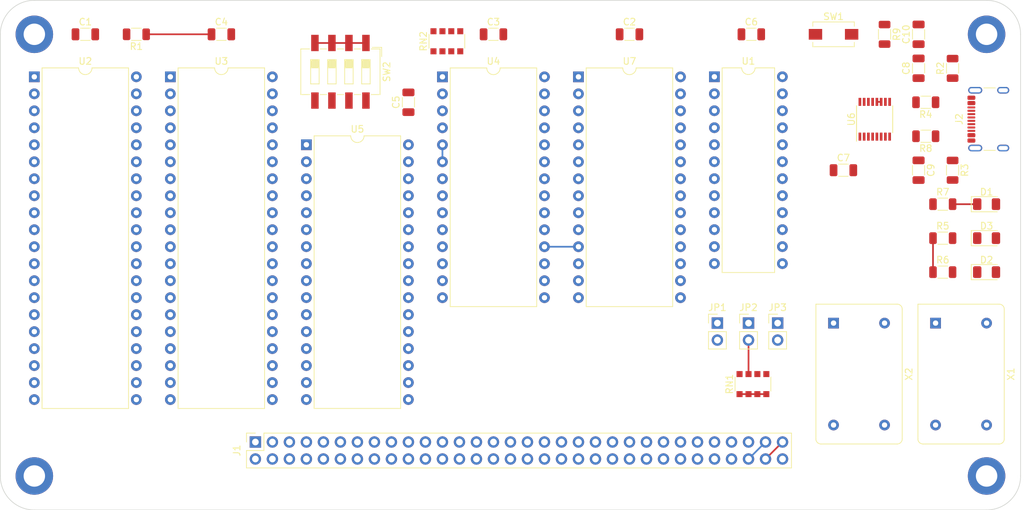
<source format=kicad_pcb>
(kicad_pcb (version 20221018) (generator pcbnew)
  (layers (0 "F.Cu" signal) (31 "B.Cu" signal) (34 "B.Paste" user) (35 "F.Paste" user) (36 "B.SilkS" user "B.Silkscreen") (37 "F.SilkS" user "F.Silkscreen") (38 "B.Mask" user) (39 "F.Mask" user) (44 "Edge.Cuts" user))
  (net 0 "")
  (net 1 "USBD-")
  (net 2 "GND")
  (net 3 "PUSBD+")
  (net 4 "VCC")
  (net 5 "Net-(D2-K)")
  (net 6 "Net-(D2-A)")
  (net 7 "Net-(D3-K)")
  (net 8 "Net-(D3-A)")
  (net 9 "~{IRQ}_{PORT}")
  (net 10 "CB_{2}")
  (net 11 "CB_{1}")
  (net 12 "PB_{7}")
  (net 13 "PB_{6}")
  (net 14 "PB_{5}")
  (net 15 "PB_{4}")
  (net 16 "PB_{3}")
  (net 17 "PB_{2}")
  (net 18 "PB_{1}")
  (net 19 "PB_{0}")
  (net 20 "CA_{2}")
  (net 21 "CA_{1}")
  (net 22 "PA_{7}")
  (net 23 "PA_{6}")
  (net 24 "PA_{5}")
  (net 25 "PA_{4}")
  (net 26 "PA_{3}")
  (net 27 "PA_{2}")
  (net 28 "PA_{1}")
  (net 29 "PA_{0}")
  (net 30 "A_{0}")
  (net 31 "A_{1}")
  (net 32 "A_{2}")
  (net 33 "A_{3}")
  (net 34 "A_{4}")
  (net 35 "A_{5}")
  (net 36 "A_{6}")
  (net 37 "A_{7}")
  (net 38 "A_{8}")
  (net 39 "A_{9}")
  (net 40 "A_{10}")
  (net 41 "A_{11}")
  (net 42 "A_{12}")
  (net 43 "A_{13}")
  (net 44 "A_{14}")
  (net 45 "A_{15}")
  (net 46 "D_{0}")
  (net 47 "D_{1}")
  (net 48 "D_{2}")
  (net 49 "D_{3}")
  (net 50 "D_{4}")
  (net 51 "D_{5}")
  (net 52 "D_{6}")
  (net 53 "D_{7}")
  (net 54 "INH")
  (net 55 "~{ROMOE}")
  (net 56 "~{RAMCS}")
  (net 57 "~{VIACS}")
  (net 58 "~{ACIACS}")
  (net 59 "CLK")
  (net 60 "Net-(J2-CC1)")
  (net 61 "PUSBD-")
  (net 62 "Net-(J2-SBU1)")
  (net 67 "~{IRQ}_{VIA}")
  (net 68 "Net-(JP1-B)")
  (net 69 "~{IRQ}_{ACIA}")
  (net 70 "Net-(JP2-B)")
  (net 71 "Net-(JP3-B)")
  (net 72 "BS_{0}")
  (net 73 "BS_{1}")
  (net 74 "BS_{2}")
  (net 75 "BS_{3}")
  (net 76 "USBD+")
  (net 77 "~{IRQ}_{CPU}")
  (net 78 "R{slash}~{W}")
  (net 79 "~{RST}")
  (net 80 "CLK_UART")
  (net 81 "~{RTS}")
  (net 82 "~{CTS}")
  (net 83 "TxD")
  (net 84 "RxD")
  (net 94 "Net-(D1-K)")
  (net 95 "Net-(U2-RDY)")
  (net 96 "Net-(U6-3V3OUT)")
  (footprint "Capacitor_SMD:C_1206_3216Metric" (layer "F.Cu") (at 157.48 45.72 -90)
    (fp_text reference "C9")
    (fp_text value "47 pF")
  )
  (footprint "Capacitor_SMD:C_1206_3216Metric" (layer "F.Cu") (at 53.34 25.4)
    (fp_text reference "C4")
    (fp_text value "100 nF")
  )
  (footprint "Package_DIP:DIP-24_W10.16mm" (layer "F.Cu") (at 126.98 31.745)
    (fp_text reference "U1")
    (fp_text value "ATF22V10B-15GM/883")
  )
  (footprint "Capacitor_SMD:C_1206_3216Metric" (layer "F.Cu") (at 33.02 25.4)
    (fp_text reference "C1")
    (fp_text value "100 nF")
  )
  (footprint "Package_DIP:DIP-40_W15.24mm" (layer "F.Cu") (at 25.395 31.755)
    (fp_text reference "U2")
    (fp_text value "W65C02SxP")
  )
  (footprint "Connector_PinSocket_2.54mm:PinSocket_2x32_P2.54mm_Vertical" (layer "F.Cu") (at 58.42 86.36 90)
    (fp_text reference "J1")
    (fp_text value "Conn_02x32_Odd_Even" hide)
  )
  (footprint "Connector_PinHeader_2.54mm:PinHeader_1x02_P2.54mm_Vertical" (layer "F.Cu") (at 136.43 68.58)
    (fp_text reference "JP3")
    (fp_text value "Jumper_2_Bridged" hide)
  )
  (footprint "Resistor_SMD:R_1206_3216Metric" (layer "F.Cu") (at 161.0975 50.8)
    (fp_text reference "R7")
    (fp_text value "1000")
  )
  (footprint "MountingHole:MountingHole_3.2mm_M3_DIN965_Pad" (layer "F.Cu") (at 167.64 25.4)
    (fp_text reference "REF**" hide)
    (fp_text value "MountingHole_3.2mm_M3_DIN965_Pad" hide)
  )
  (footprint "Resistor_SMD:R_Array_Convex_4x1206" (layer "F.Cu") (at 87.02 26.44 90)
    (fp_text reference "RN2")
    (fp_text value "R_Pack04" hide)
  )
  (footprint "Package_DIP:DIP-28_W15.24mm" (layer "F.Cu") (at 86.36 31.76)
    (fp_text reference "U4")
    (fp_text value "W65C51NxP")
  )
  (footprint "Resistor_SMD:R_1206_3216Metric" (layer "F.Cu") (at 158.5575 40.64 180)
    (fp_text reference "R8")
    (fp_text value "27")
  )
  (footprint "Capacitor_SMD:C_1206_3216Metric" (layer "F.Cu") (at 157.48 30.48 90)
    (fp_text reference "C8")
    (fp_text value "47 pF")
  )
  (footprint "Oscillator:Oscillator_DIP-14" (layer "F.Cu") (at 160.02 68.58 -90)
    (fp_text reference "X1")
    (fp_text value "ACO-1.8432MHz-A" hide)
  )
  (footprint "MountingHole:MountingHole_3.2mm_M3_DIN965_Pad" (layer "F.Cu") (at 25.4 25.4)
    (fp_text reference "REF**" hide)
    (fp_text value "MountingHole_3.2mm_M3_DIN965_Pad" hide)
  )
  (footprint "Oscillator:Oscillator_DIP-14" (layer "F.Cu") (at 144.78 68.58 -90)
    (fp_text reference "X2")
    (fp_text value "ACO-1MHz-A" hide)
  )
  (footprint "MountingHole:MountingHole_3.2mm_M3_DIN965_Pad" (layer "F.Cu") (at 167.64 91.44)
    (fp_text reference "REF**" hide)
    (fp_text value "MountingHole_3.2mm_M3_DIN965_Pad" hide)
  )
  (footprint "LED_SMD:LED_1206_3216Metric" (layer "F.Cu") (at 167.64 50.8)
    (fp_text reference "D1")
    (fp_text value "PWR")
  )
  (footprint "Resistor_SMD:R_1206_3216Metric" (layer "F.Cu") (at 161.0975 55.88)
    (fp_text reference "R5")
    (fp_text value "270")
  )
  (footprint "Capacitor_SMD:C_1206_3216Metric" (layer "F.Cu") (at 146.255 45.72)
    (fp_text reference "C7")
    (fp_text value "10 nF")
  )
  (footprint "LED_SMD:LED_1206_3216Metric" (layer "F.Cu") (at 167.64 60.96)
    (fp_text reference "D2")
    (fp_text value "LED_{Tx}")
  )
  (footprint "Button_Switch_SMD:SW_SPST_EVQPE1" (layer "F.Cu") (at 144.78 25.4)
    (fp_text reference "SW1")
    (fp_text value "SW_Push")
  )
  (footprint "Connector_PinHeader_2.54mm:PinHeader_1x02_P2.54mm_Vertical" (layer "F.Cu") (at 127.43 68.58)
    (fp_text reference "JP1")
    (fp_text value "Jumper_2_Bridged" hide)
  )
  (footprint "Package_DIP:DIP-28_W15.24mm" (layer "F.Cu") (at 106.675 31.76)
    (fp_text reference "U7")
    (fp_text value "CY62256-70PC")
  )
  (footprint "Connector_USB:USB_C_Receptacle_GCT_USB4105-xx-A_16P_TopMnt_Horizontal" (layer "F.Cu") (at 169.047846 38.083591 90)
    (fp_text reference "J2")
    (fp_text value "USB_C_Receptacle_USB2.0_16P" hide)
  )
  (footprint "Connector_PinHeader_2.54mm:PinHeader_1x02_P2.54mm_Vertical" (layer "F.Cu") (at 132.08 68.58)
    (fp_text reference "JP2")
    (fp_text value "Jumper_2_Bridged" hide)
  )
  (footprint "Package_DIP:DIP-40_W15.24mm" (layer "F.Cu") (at 45.715 31.755)
    (fp_text reference "U3")
    (fp_text value "W65C22SxP")
  )
  (footprint "LED_SMD:LED_1206_3216Metric" (layer "F.Cu") (at 167.64 55.88)
    (fp_text reference "D3")
    (fp_text value "LED_{Rx}")
  )
  (footprint "Capacitor_SMD:C_1206_3216Metric" (layer "F.Cu") (at 132.498432 25.4)
    (fp_text reference "C6")
    (fp_text value "100 nF")
  )
  (footprint "Resistor_SMD:R_Array_Convex_4x1206" (layer "F.Cu") (at 132.74 77.7 90)
    (fp_text reference "RN1")
    (fp_text value "1000")
  )
  (footprint "Capacitor_SMD:C_1206_3216Metric" (layer "F.Cu") (at 93.98 25.4)
    (fp_text reference "C3")
    (fp_text value "100 nF")
  )
  (footprint "Package_SO:SSOP-16_3.9x4.9mm_P0.635mm" (layer "F.Cu") (at 150.9375 38.1 90)
    (fp_text reference "U6")
    (fp_text value "FT230XS")
  )
  (footprint "MountingHole:MountingHole_3.2mm_M3_DIN965_Pad" (layer "F.Cu") (at 25.4 91.44)
    (fp_text reference "REF**" hide)
    (fp_text value "MountingHole_3.2mm_M3_DIN965_Pad" hide)
  )
  (footprint "Package_DIP:DIP-32_W15.24mm" (layer "F.Cu") (at 66.035 41.91)
    (fp_text reference "U5")
    (fp_text value "SST39SF040")
  )
  (footprint "Resistor_SMD:R_1206_3216Metric" (layer "F.Cu") (at 158.5575 35.56 180)
    (fp_text reference "R4")
    (fp_text value "27")
  )
  (footprint "Capacitor_SMD:C_1206_3216Metric" (layer "F.Cu") (at 157.48 25.4 90)
    (fp_text reference "C10")
    (fp_text value "10 uF")
  )
  (footprint "Resistor_SMD:R_1206_3216Metric" (layer "F.Cu") (at 152.4 25.4 -90)
    (fp_text reference "R9")
    (fp_text value "1000")
  )
  (footprint "Resistor_SMD:R_1206_3216Metric" (layer "F.Cu") (at 161.0975 60.96)
    (fp_text reference "R6")
    (fp_text value "270")
  )
  (footprint "Resistor_SMD:R_1206_3216Metric" (layer "F.Cu") (at 162.56 30.490488 90)
    (fp_text reference "R2")
    (fp_text value "5100")
  )
  (footprint "Capacitor_SMD:C_1206_3216Metric" (layer "F.Cu") (at 114.3 25.4)
    (fp_text reference "C2")
    (fp_text value "100 nF")
  )
  (footprint "Resistor_SMD:R_1206_3216Metric" (layer "F.Cu") (at 162.56 45.72 -90)
    (fp_text reference "R3")
    (fp_text value "5100")
  )
  (footprint "Button_Switch_SMD:SW_DIP_SPSTx04_Slide_6.7x11.72mm_W8.61mm_P2.54mm_LowProfile" (layer "F.Cu") (at 71.12 31.001 -90)
    (fp_text reference "SW2")
    (fp_text value "SW_DIP_x04" hide)
  )
  (footprint "Resistor_SMD:R_1206_3216Metric" (layer "F.Cu") (at 40.64 25.4 180)
    (fp_text reference "R1")
    (fp_text value "1000")
  )
  (footprint "Capacitor_SMD:C_1206_3216Metric" (layer "F.Cu") (at 81.28 35.56 90)
    (fp_text reference "C5")
    (fp_text value "100 nF")
  )
  (gr_arc (start 20.32 25.4) (mid 21.807898 21.807898) (end 25.4 20.32) (stroke (width 0.1)) (layer "Edge.Cuts"))
  (gr_arc (start 172.72 91.44) (mid 171.232102 95.032102) (end 167.64 96.52) (stroke (width 0.1)) (layer "Edge.Cuts"))
  (gr_arc (start 167.64 20.32) (mid 171.232102 21.807898) (end 172.72 25.4) (stroke (width 0.1)) (layer "Edge.Cuts"))
  (gr_line (start 20.32 25.4) (end 20.32 91.44) (stroke (width 0.1)) (layer "Edge.Cuts"))
  (gr_line (start 25.4 20.32) (end 167.64 20.32) (stroke (width 0.1)) (layer "Edge.Cuts"))
  (gr_arc (start 25.4 96.52) (mid 21.807898 95.032102) (end 20.32 91.44) (stroke (width 0.1)) (layer "Edge.Cuts"))
  (gr_line (start 167.64 96.52) (end 25.4 96.52) (stroke (width 0.1)) (layer "Edge.Cuts"))
  (gr_line (start 172.72 91.44) (end 172.72 25.4) (stroke (width 0.1)) (layer "Edge.Cuts"))
  (segment (start 134.62 86.36) (end 132.08 88.9) (width 0.25) (layer "B.Cu") (net 2))
  (segment (start 72.39 26.696) (end 69.85 26.696) (width 0.25) (layer "F.Cu") (net 4))
  (segment (start 67.31 26.696) (end 69.85 26.696) (width 0.25) (layer "F.Cu") (net 4))
  (segment (start 42.1025 25.4) (end 51.865 25.4) (width 0.25) (layer "F.Cu") (net 4))
  (segment (start 134.74 79.2) (end 133.4 79.2) (width 0.25) (layer "F.Cu") (net 4))
  (segment (start 151.89 35.5) (end 151.255 35.5) (width 0.25) (layer "F.Cu") (net 4))
  (segment (start 130.74 79.2) (end 132.08 79.2) (width 0.25) (layer "F.Cu") (net 4))
  (segment (start 72.39 26.696) (end 74.93 26.696) (width 0.25) (layer "F.Cu") (net 4))
  (segment (start 132.08 79.2) (end 133.4 79.2) (width 0.25) (layer "F.Cu") (net 4))
  (segment (start 137.16 86.36) (end 134.62 88.9) (width 0.25) (layer "F.Cu") (net 4))
  (segment (start 101.6 57.16) (end 106.675 57.16) (width 0.25) (layer "B.Cu") (net 46))
  (segment (start 132.08 71.12) (end 132.08 76.2) (width 0.25) (layer "F.Cu") (net 70))
  (segment (start 86.36 41.92) (end 86.36 44.46) (width 0.25) (layer "B.Cu") (net 80))
  (segment (start 162.56 50.8) (end 166.24 50.8) (width 0.25) (layer "F.Cu") (net 94))
  (segment (start 159.635 55.88) (end 159.635 60.96) (width 0.25) (layer "F.Cu") (net 96))
)
</source>
